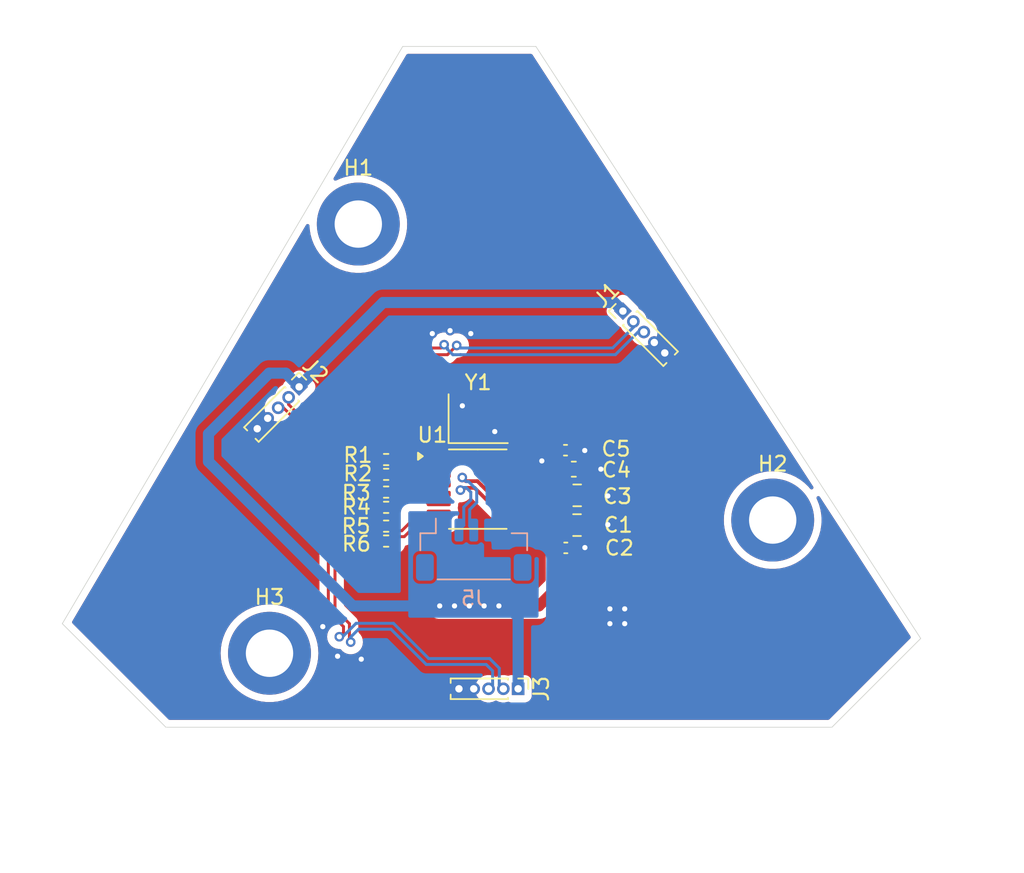
<source format=kicad_pcb>
(kicad_pcb (version 20240108) (generator "pcbnew") (generator_version "8.0")
  (layers (0 "F.Cu" signal) (31 "B.Cu" signal) (34 "B.Paste" user) (35 "F.Paste" user) (36 "B.SilkS" user "B.Silkscreen") (37 "F.SilkS" user "F.Silkscreen") (38 "B.Mask" user) (39 "F.Mask" user) (44 "Edge.Cuts" user))
  (net 0 "")
  (net 1 "+5V")
  (net 2 "GND")
  (net 3 "Net-(U1-VDD33)")
  (net 4 "/USB_CAM2-")
  (net 5 "/USB_CAM2+")
  (net 6 "/USB_CAM3-")
  (net 7 "Net-(U1-DM3)")
  (net 8 "Net-(U1-DP3)")
  (net 9 "/USB_CAM3+")
  (net 10 "Net-(U1-DM2)")
  (net 11 "Net-(U1-DP2)")
  (net 12 "/USB_CAM1-")
  (net 13 "Net-(U1-DM1)")
  (net 14 "/USB_CAM1+")
  (net 15 "Net-(U1-DP1)")
  (net 16 "Net-(U1-XI)")
  (net 19 "/USB_UPSTREAM_D-")
  (net 20 "/USB_UPSTREAM_D+")
  (net 22 "Net-(U1-XO)")
  (footprint "MountingHole:MountingHole_3.2mm_M3_DIN965_Pad" (layer "F.Cu") (at 96 96)
    (property "Reference" "H3" (at 0 -3.8 0) (layer "F.SilkS"))
    (property "Value" "MountingHole")
    (pad "1" thru_hole circle (at 0 0) (size 5.6 5.6) (drill 3.2) (layers "*.Cu" "*.Mask"))
  )
  (footprint "Connector_PinHeader_1.00mm:PinHeader_1x05_P1.00mm_Vertical" (layer "F.Cu") (at 98 78 -45)
    (property "Reference" "J2" (at 0 -1.560001 135) (layer "F.SilkS"))
    (property "Value" "usb_cam2")
    (fp_line (start -0.695 4.56) (end -0.394493 4.56) (stroke (width 0.12)) (layer "F.SilkS"))
    (fp_line (start 0.394493 4.56) (end 0.695 4.56) (stroke (width 0.12)) (layer "F.SilkS"))
    (fp_line (start -0.695 0.685) (end -0.695 4.56) (stroke (width 0.12)) (layer "F.SilkS"))
    (fp_line (start -0.695 0.685) (end -0.608276 0.685) (stroke (width 0.12)) (layer "F.SilkS"))
    (fp_line (start -0.695 0) (end -0.695 -0.685) (stroke (width 0.12)) (layer "F.SilkS"))
    (fp_line (start 0.608276 0.685) (end 0.695 0.685) (stroke (width 0.12)) (layer "F.SilkS"))
    (fp_line (start -0.695 -0.685) (end 0 -0.685) (stroke (width 0.12)) (layer "F.SilkS"))
    (fp_line (start 0.695 0.685) (end 0.695 4.56) (stroke (width 0.12)) (layer "F.SilkS"))
    (pad "1" thru_hole rect (at 0 0 315) (size 0.85 0.85) (drill 0.5) (layers "*.Cu" "*.Mask") (net 1 "+5V"))
    (pad "2" thru_hole oval (at 0 1 315) (size 0.85 0.85) (drill 0.5) (layers "*.Cu" "*.Mask") (net 4 "/USB_CAM2-"))
    (pad "3" thru_hole oval (at 0 2.000001 315) (size 0.85 0.85) (drill 0.5) (layers "*.Cu" "*.Mask") (net 5 "/USB_CAM2+"))
    (pad "4" thru_hole oval (at 0 3 315) (size 0.85 0.85) (drill 0.5) (layers "*.Cu" "*.Mask") (net 2 "GND"))
    (pad "5" thru_hole oval (at 0 4 315) (size 0.85 0.85) (drill 0.5) (layers "*.Cu" "*.Mask") (net 2 "GND"))
  )
  (footprint "Resistor_SMD:R_0402_1005Metric" (layer "F.Cu") (at 103.88 83.91)
    (property "Reference" "R2" (at -1.915 -0.05 0) (layer "F.SilkS"))
    (property "Value" "22R" (hide yes))
    (fp_line (start -0.153641 -0.38) (end 0.153641 -0.38) (stroke (width 0.12)) (layer "F.SilkS"))
    (fp_line (start -0.153641 0.38) (end 0.153641 0.38) (stroke (width 0.12)) (layer "F.SilkS"))
    (pad "1" smd roundrect (at -0.51 0) (size 0.54 0.64) (layers "F.Cu" "F.Paste" "F.Mask") (net 9 "/USB_CAM3+"))
    (pad "2" smd roundrect (at 0.51 0) (size 0.54 0.64) (layers "F.Cu" "F.Paste" "F.Mask") (net 8 "Net-(U1-DP3)"))
  )
  (footprint "MountingHole:MountingHole_3.2mm_M3_DIN965_Pad" (layer "F.Cu") (at 102 67)
    (property "Reference" "H1" (at 0 -3.8 0) (layer "F.SilkS"))
    (property "Value" "MountingHole")
    (pad "1" thru_hole circle (at 0 0) (size 5.6 5.6) (drill 3.2) (layers "*.Cu" "*.Mask"))
  )
  (footprint "Resistor_SMD:R_0402_1005Metric" (layer "F.Cu") (at 103.88 88.42)
    (property "Reference" "R6" (at -2.01 0.19 0) (layer "F.SilkS"))
    (property "Value" "22R")
    (fp_line (start -0.153641 -0.38) (end 0.153641 -0.38) (stroke (width 0.12)) (layer "F.SilkS"))
    (fp_line (start -0.153641 0.38) (end 0.153641 0.38) (stroke (width 0.12)) (layer "F.SilkS"))
    (pad "1" smd roundrect (at -0.51 0) (size 0.54 0.64) (layers "F.Cu" "F.Paste" "F.Mask") (net 14 "/USB_CAM1+"))
    (pad "2" smd roundrect (at 0.51 0) (size 0.54 0.64) (layers "F.Cu" "F.Paste" "F.Mask") (net 15 "Net-(U1-DP1)"))
  )
  (footprint "Capacitor_SMD:C_0402_1005Metric" (layer "F.Cu") (at 116 82.28 180)
    (property "Reference" "C5" (at -3.41 0.09 360) (layer "F.SilkS"))
    (property "Value" "100n")
    (fp_line (start -0.107836 0.36) (end 0.107836 0.36) (stroke (width 0.12)) (layer "F.SilkS"))
    (fp_line (start -0.107836 -0.36) (end 0.107836 -0.36) (stroke (width 0.12)) (layer "F.SilkS"))
    (pad "1" smd roundrect (at -0.48 0 180) (size 0.56 0.62) (layers "F.Cu" "F.Paste" "F.Mask") (net 2 "GND"))
    (pad "2" smd roundrect (at 0.48 0 180) (size 0.56 0.62) (layers "F.Cu" "F.Paste" "F.Mask") (net 3 "Net-(U1-VDD33)"))
  )
  (footprint "Resistor_SMD:R_0402_1005Metric" (layer "F.Cu") (at 103.88 86.14)
    (property "Reference" "R4" (at -2.015 -0.03 0) (layer "F.SilkS"))
    (property "Value" "22R")
    (fp_line (start -0.153641 -0.38) (end 0.153641 -0.38) (stroke (width 0.12)) (layer "F.SilkS"))
    (fp_line (start -0.153641 0.38) (end 0.153641 0.38) (stroke (width 0.12)) (layer "F.SilkS"))
    (pad "1" smd roundrect (at -0.51 0) (size 0.54 0.64) (layers "F.Cu" "F.Paste" "F.Mask") (net 5 "/USB_CAM2+"))
    (pad "2" smd roundrect (at 0.51 0) (size 0.54 0.64) (layers "F.Cu" "F.Paste" "F.Mask") (net 11 "Net-(U1-DP2)"))
  )
  (footprint "Capacitor_SMD:C_0402_1005Metric" (layer "F.Cu") (at 116.02 88.88 180)
    (property "Reference" "C2" (at -3.62 0 360) (layer "F.SilkS"))
    (property "Value" "100n")
    (fp_line (start -0.107836 0.36) (end 0.107836 0.36) (stroke (width 0.12)) (layer "F.SilkS"))
    (fp_line (start -0.107836 -0.36) (end 0.107836 -0.36) (stroke (width 0.12)) (layer "F.SilkS"))
    (pad "1" smd roundrect (at -0.48 0 180) (size 0.56 0.62) (layers "F.Cu" "F.Paste" "F.Mask") (net 2 "GND"))
    (pad "2" smd roundrect (at 0.48 0 180) (size 0.56 0.62) (layers "F.Cu" "F.Paste" "F.Mask") (net 1 "+5V"))
  )
  (footprint "Connector_PinHeader_1.00mm:PinHeader_1x05_P1.00mm_Vertical" (layer "F.Cu") (at 119.87868 72.87868 45)
    (property "Reference" "J1" (at 0 -1.560001 45) (layer "F.SilkS"))
    (property "Value" "usb_cam3")
    (fp_line (start -0.695 -0.685) (end 0 -0.685) (stroke (width 0.12)) (layer "F.SilkS"))
    (fp_line (start -0.695 0) (end -0.695 -0.685) (stroke (width 0.12)) (layer "F.SilkS"))
    (fp_line (start -0.695 0.685) (end -0.608276 0.685) (stroke (width 0.12)) (layer "F.SilkS"))
    (fp_line (start -0.695 0.685) (end -0.695 4.56) (stroke (width 0.12)) (layer "F.SilkS"))
    (fp_line (start 0.608276 0.685) (end 0.695 0.685) (stroke (width 0.12)) (layer "F.SilkS"))
    (fp_line (start 0.695 0.685) (end 0.695 4.56) (stroke (width 0.12)) (layer "F.SilkS"))
    (fp_line (start -0.695 4.56) (end -0.394493 4.56) (stroke (width 0.12)) (layer "F.SilkS"))
    (fp_line (start 0.394493 4.56) (end 0.695 4.56) (stroke (width 0.12)) (layer "F.SilkS"))
    (pad "1" thru_hole rect (at 0 0 45) (size 0.85 0.85) (drill 0.5) (layers "*.Cu" "*.Mask") (net 1 "+5V"))
    (pad "2" thru_hole oval (at 0 1 45) (size 0.85 0.85) (drill 0.5) (layers "*.Cu" "*.Mask") (net 6 "/USB_CAM3-"))
    (pad "3" thru_hole oval (at 0 2.000001 45) (size 0.85 0.85) (drill 0.5) (layers "*.Cu" "*.Mask") (net 9 "/USB_CAM3+"))
    (pad "4" thru_hole oval (at 0 3 45) (size 0.85 0.85) (drill 0.5) (layers "*.Cu" "*.Mask") (net 2 "GND"))
    (pad "5" thru_hole oval (at 0 4 45) (size 0.85 0.85) (drill 0.5) (layers "*.Cu" "*.Mask") (net 2 "GND"))
  )
  (footprint "Resistor_SMD:R_0402_1005Metric" (layer "F.Cu") (at 103.88 82.91 180)
    (property "Reference" "R1" (at 1.91 0.3 360) (layer "F.SilkS"))
    (property "Value" "22R" (hide yes))
    (fp_line (start -0.153641 0.38) (end 0.153641 0.38) (stroke (width 0.12)) (layer "F.SilkS"))
    (fp_line (start -0.153641 -0.38) (end 0.153641 -0.38) (stroke (width 0.12)) (layer "F.SilkS"))
    (pad "1" smd roundrect (at -0.509999 0 180) (size 0.54 0.64) (layers "F.Cu" "F.Paste" "F.Mask") (net 7 "Net-(U1-DM3)"))
    (pad "2" smd roundrect (at 0.509999 0 180) (size 0.54 0.64) (layers "F.Cu" "F.Paste" "F.Mask") (net 6 "/USB_CAM3-"))
  )
  (footprint "Capacitor_SMD:C_0805_2012Metric" (layer "F.Cu") (at 116.79 85.33 180)
    (property "Reference" "C3" (at -2.71 -0.07 360) (layer "F.SilkS"))
    (property "Value" "10u")
    (fp_line (start -0.261253 0.735) (end 0.261253 0.735) (stroke (width 0.12)) (layer "F.SilkS"))
    (fp_line (start -0.261253 -0.735) (end 0.261253 -0.735) (stroke (width 0.12)) (layer "F.SilkS"))
    (pad "1" smd roundrect (at -0.949999 0 180) (size 1 1.45) (layers "F.Cu" "F.Paste" "F.Mask") (net 2 "GND"))
    (pad "2" smd roundrect (at 0.949999 0 180) (size 1 1.45) (layers "F.Cu" "F.Paste" "F.Mask") (net 3 "Net-(U1-VDD33)"))
  )
  (footprint "Resistor_SMD:R_0402_1005Metric" (layer "F.Cu") (at 103.88 87.41 180)
    (property "Reference" "R5" (at 2.03 0 360) (layer "F.SilkS"))
    (property "Value" "22R")
    (fp_line (start -0.153641 0.38) (end 0.153641 0.38) (stroke (width 0.12)) (layer "F.SilkS"))
    (fp_line (start -0.153641 -0.38) (end 0.153641 -0.38) (stroke (width 0.12)) (layer "F.SilkS"))
    (pad "1" smd roundrect (at -0.509999 0 180) (size 0.54 0.64) (layers "F.Cu" "F.Paste" "F.Mask") (net 13 "Net-(U1-DM1)"))
    (pad "2" smd roundrect (at 0.509999 0 180) (size 0.54 0.64) (layers "F.Cu" "F.Paste" "F.Mask") (net 12 "/USB_CAM1-"))
  )
  (footprint "Resistor_SMD:R_0402_1005Metric" (layer "F.Cu") (at 103.88 85.11)
    (property "Reference" "R3" (at -2.015 0.06 0) (layer "F.SilkS"))
    (property "Value" "22R")
    (fp_line (start -0.153641 -0.38) (end 0.153641 -0.38) (stroke (width 0.12)) (layer "F.SilkS"))
    (fp_line (start -0.153641 0.38) (end 0.153641 0.38) (stroke (width 0.12)) (layer "F.SilkS"))
    (pad "1" smd roundrect (at -0.51 0) (size 0.54 0.64) (layers "F.Cu" "F.Paste" "F.Mask") (net 4 "/USB_CAM2-"))
    (pad "2" smd roundrect (at 0.51 0) (size 0.54 0.64) (layers "F.Cu" "F.Paste" "F.Mask") (net 10 "Net-(U1-DM2)"))
  )
  (footprint "Package_SO:QSOP-16_3.9x4.9mm_P0.635mm" (layer "F.Cu") (at 110.07 84.91)
    (property "Reference" "U1" (at -3.07 -3.66 0) (layer "F.SilkS"))
    (property "Value" "CH334R")
    (fp_line (start 0 -2.6825) (end -1.95 -2.6825) (stroke (width 0.12)) (layer "F.SilkS"))
    (fp_line (start 0 -2.6825) (end 1.95 -2.6825) (stroke (width 0.12)) (layer "F.SilkS"))
    (fp_line (start 0 2.6825) (end -1.95 2.6825) (stroke (width 0.12)) (layer "F.SilkS"))
    (fp_line (start 0 2.6825) (end 1.95 2.6825) (stroke (width 0.12)) (layer "F.SilkS"))
    (fp_poly (pts (xy -3.71 -2.2225) (xy -4.04 -2.4625) (xy -4.04 -1.9825) (xy -3.71 -2.2225)) (stroke (width 0.12)) (fill solid) (layer "F.SilkS"))
    (pad "1" smd roundrect (at -2.6375 -2.2225) (size 1.625 0.4) (layers "F.Cu" "F.Paste" "F.Mask"))
    (pad "2" smd roundrect (at -2.6375 -1.5875) (size 1.625 0.4) (layers "F.Cu" "F.Paste" "F.Mask"))
    (pad "3" smd roundrect (at -2.6375 -0.9525) (size 1.625 0.4) (layers "F.Cu" "F.Paste" "F.Mask") (net 7 "Net-(U1-DM3)"))
    (pad "4" smd roundrect (at -2.6375 -0.3175) (size 1.625 0.4) (layers "F.Cu" "F.Paste" "F.Mask") (net 8 "Net-(U1-DP3)"))
    (pad "5" smd roundrect (at -2.6375 0.3175) (size 1.625 0.4) (layers "F.Cu" "F.Paste" "F.Mask") (net 10 "Net-(U1-DM2)"))
    (pad "6" smd roundrect (at -2.6375 0.9525) (size 1.625 0.4) (layers "F.Cu" "F.Paste" "F.Mask") (net 11 "Net-(U1-DP2)"))
    (pad "7" smd roundrect (at -2.6375 1.5875) (size 1.625 0.4) (layers "F.Cu" "F.Paste" "F.Mask") (net 13 "Net-(U1-DM1)"))
    (pad "8" smd roundrect (at -2.6375 2.2225) (size 1.625 0.4) (layers "F.Cu" "F.Paste" "F.Mask") (net 15 "Net-(U1-DP1)"))
    (pad "9" smd roundrect (at 2.6375 2.2225) (size 1.625 0.4) (layers "F.Cu" "F.Paste" "F.Mask"))
    (pad "10" smd roundrect (at 2.6375 1.5875) (size 1.625 0.4) (layers "F.Cu" "F.Paste" "F.Mask") (net 19 "/USB_UPSTREAM_D-"))
    (pad "11" smd roundrect (at 2.6375 0.9525) (size 1.625 0.4) (layers "F.Cu" "F.Paste" "F.Mask") (net 20 "/USB_UPSTREAM_D+"))
    (pad "12" smd roundrect (at 2.6375 0.3175) (size 1.625 0.4) (layers "F.Cu" "F.Paste" "F.Mask") (net 1 "+5V"))
    (pad "13" smd roundrect (at 2.6375 -0.3175) (size 1.625 0.4) (layers "F.Cu" "F.Paste" "F.Mask") (net 3 "Net-(U1-VDD33)"))
    (pad "14" smd roundrect (at 2.6375 -0.9525) (size 1.625 0.4) (layers "F.Cu" "F.Paste" "F.Mask") (net 2 "GND"))
    (pad "15" smd roundrect (at 2.6375 -1.5875) (size 1.625 0.4) (layers "F.Cu" "F.Paste" "F.Mask") (net 22 "Net-(U1-XO)"))
    (pad "16" smd roundrect (at 2.6375 -2.2225) (size 1.625 0.4) (layers "F.Cu" "F.Paste" "F.Mask") (net 16 "Net-(U1-XI)"))
  )
  (footprint "Capacitor_SMD:C_0603_1608Metric" (layer "F.Cu") (at 116.56 83.56 180)
    (property "Reference" "C4" (at -2.88 -0.05 360) (layer "F.SilkS"))
    (property "Value" "1u")
    (fp_line (start -0.140581 0.51) (end 0.140581 0.51) (stroke (width 0.12)) (layer "F.SilkS"))
    (fp_line (start -0.140581 -0.51) (end 0.140581 -0.51) (stroke (width 0.12)) (layer "F.SilkS"))
    (pad "1" smd roundrect (at -0.775 0 180) (size 0.9 0.95) (layers "F.Cu" "F.Paste" "F.Mask") (net 2 "GND"))
    (pad "2" smd roundrect (at 0.775 0 180) (size 0.9 0.95) (layers "F.Cu" "F.Paste" "F.Mask") (net 3 "Net-(U1-VDD33)"))
  )
  (footprint "MountingHole:MountingHole_3.2mm_M3_DIN965_Pad" (layer "F.Cu") (at 130 87)
    (property "Reference" "H2" (at 0 -3.8 0) (layer "F.SilkS"))
    (property "Value" "MountingHole")
    (pad "1" thru_hole circle (at 0 0) (size 5.6 5.6) (drill 3.2) (layers "*.Cu" "*.Mask"))
  )
  (footprint "Capacitor_SMD:C_0805_2012Metric" (layer "F.Cu") (at 116.78 87.34 180)
    (property "Reference" "C1" (at -2.78 0.01 360) (layer "F.SilkS"))
    (property "Value" "10u")
    (fp_line (start -0.261253 0.735) (end 0.261253 0.735) (stroke (width 0.12)) (layer "F.SilkS"))
    (fp_line (start -0.261253 -0.735) (end 0.261253 -0.735) (stroke (width 0.12)) (layer "F.SilkS"))
    (pad "1" smd roundrect (at -0.949999 0 180) (size 1 1.45) (layers "F.Cu" "F.Paste" "F.Mask") (net 2 "GND"))
    (pad "2" smd roundrect (at 0.949999 0 180) (size 1 1.45) (layers "F.Cu" "F.Paste" "F.Mask") (net 1 "+5V"))
  )
  (footprint "Crystal:Crystal_SMD_3225-4Pin_3.2x2.5mm" (layer "F.Cu") (at 110.1 80.15)
    (property "Reference" "Y1" (at 0 -2.45 0) (layer "F.SilkS"))
    (property "Value" "12Mhz")
    (fp_line (start -2 -1.65) (end -2 1.65) (stroke (width 0.12)) (layer "F.SilkS"))
    (fp_line (start -2 1.65) (end 2 1.65) (stroke (width 0.12)) (layer "F.SilkS"))
    (pad "1" smd rect (at -1.1 0.85) (size 1.4 1.2) (layers "F.Cu" "F.Paste" "F.Mask") (net 22 "Net-(U1-XO)"))
    (pad "2" smd rect (at 1.1 0.85) (size 1.4 1.2) (layers "F.Cu" "F.Paste" "F.Mask") (net 2 "GND"))
    (pad "3" smd rect (at 1.1 -0.85) (size 1.4 1.2) (layers "F.Cu" "F.Paste" "F.Mask") (net 16 "Net-(U1-XI)"))
    (pad "4" smd rect (at -1.1 -0.85) (size 1.4 1.2) (layers "F.Cu" "F.Paste" "F.Mask") (net 2 "GND"))
  )
  (footprint "Connector_PinHeader_1.00mm:PinHeader_1x05_P1.00mm_Vertical" (layer "F.Cu") (at 112.8 98.4 -90)
    (property "Reference" "J3" (at 0 -1.560001 90) (layer "F.SilkS"))
    (property "Value" "usb_cam1")
    (fp_line (start -0.695 4.56) (end -0.394493 4.56) (stroke (width 0.12)) (layer "F.SilkS"))
    (fp_line (start 0.394493 4.56) (end 0.695 4.56) (stroke (width 0.12)) (layer "F.SilkS"))
    (fp_line (start -0.695 0.685) (end -0.695 4.56) (stroke (width 0.12)) (layer "F.SilkS"))
    (fp_line (start -0.695 0.685) (end -0.608276 0.685) (stroke (width 0.12)) (layer "F.SilkS"))
    (fp_line (start 0.608276 0.685) (end 0.695 0.685) (stroke (width 0.12)) (layer "F.SilkS"))
    (fp_line (start 0.695 0.685) (end 0.695 4.56) (stroke (width 0.12)) (layer "F.SilkS"))
    (fp_line (start -0.695 0) (end -0.695 -0.685) (stroke (width 0.12)) (layer "F.SilkS"))
    (fp_line (start -0.695 -0.685) (end 0 -0.685) (stroke (width 0.12)) (layer "F.SilkS"))
    (pad "1" thru_hole rect (at 0 0 270) (size 0.85 0.85) (drill 0.5) (layers "*.Cu" "*.Mask") (net 1 "+5V"))
    (pad "2" thru_hole oval (at 0 1 270) (size 0.85 0.85) (drill 0.5) (layers "*.Cu" "*.Mask") (net 12 "/USB_CAM1-"))
    (pad "3" thru_hole oval (at 0 2.000001 270) (size 0.85 0.85) (drill 0.5) (layers "*.Cu" "*.Mask") (net 14 "/USB_CAM1+"))
    (pad "4" thru_hole oval (at 0 3 270) (size 0.85 0.85) (drill 0.5) (layers "*.Cu" "*.Mask") (net 2 "GND"))
    (pad "5" thru_hole oval (at 0 4 270) (size 0.85 0.85) (drill 0.5) (layers "*.Cu" "*.Mask") (net 2 "GND"))
  )
  (footprint "Connector_JST:JST_SH_BM05B-SRSS-TB_1x05-1MP_P1.00mm_Vertical" (layer "B.Cu") (at 109.8 89)
    (property "Reference" "J5" (at 0 3.299999 0) (layer "B.SilkS") (effects (justify mirror)))
    (property "Value" "usb_in")
    (fp_line (start -3.61 -1.11) (end -3.61 0.04) (stroke (width 0.12)) (layer "B.SilkS"))
    (fp_line (start -2.56 -2.1) (end -2.56 -1.11) (stroke (width 0.12)) (layer "B.SilkS"))
    (fp_line (start -2.56 -1.11) (end -3.61 -1.11) (stroke (width 0.12)) (layer "B.SilkS"))
    (fp_line (start 2.44 2.01) (end -2.44 2.01) (stroke (width 0.12)) (layer "B.SilkS"))
    (fp_line (start 2.56 -1.11) (end 3.61 -1.11) (stroke (width 0.12)) (layer "B.SilkS"))
    (fp_line (start 3.61 -1.11) (end 3.61 0.04) (stroke (width 0.12)) (layer "B.SilkS"))
    (pad "1" smd roundrect (at -2 -1.325) (size 0.6 1.55) (layers "B.Cu" "B.Paste" "B.Mask") (net 1 "+5V"))
    (pad "2" smd roundrect (at -1 -1.325) (size 0.6 1.55) (layers "B.Cu" "B.Paste" "B.Mask") (net 19 "/USB_UPSTREAM_D-"))
    (pad "3" smd roundrect (at 0 -1.324999) (size 0.6 1.55) (layers "B.Cu" "B.Paste" "B.Mask") (net 20 "/USB_UPSTREAM_D+"))
    (pad "4" smd roundrect (at 1 -1.325) (size 0.6 1.55) (layers "B.Cu" "B.Paste" "B.Mask") (net 2 "GND"))
    (pad "5" smd roundrect (at 2 -1.325) (size 0.6 1.55) (layers "B.Cu" "B.Paste" "B.Mask") (net 2 "GND"))
    (pad "MP" smd roundrect (at -3.3 1.200001) (size 1.2 1.8) (layers "B.Cu" "B.Paste" "B.Mask") (roundrect_rratio 0.208333))
    (pad "MP" smd roundrect (at 3.3 1.200001) (size 1.2 1.8) (layers "B.Cu" "B.Paste" "B.Mask") (roundrect_rratio 0.208333))
  )
  (gr_line (start 134 101) (end 140 95) (stroke (width 0.05)) (layer "Edge.Cuts"))
  (gr_line (start 140 95) (end 114 55) (stroke (width 0.05)) (layer "Edge.Cuts"))
  (gr_line (start 82 94) (end 105 55) (stroke (width 0.05)) (layer "Edge.Cuts"))
  (gr_line (start 114 55) (end 105 55) (stroke (width 0.05)) (layer "Edge.Cuts"))
  (gr_line (start 89 101) (end 134 101) (stroke (width 0.05)) (layer "Edge.Cuts"))
  (gr_line (start 82 94) (end 89 101) (stroke (width 0.05)) (layer "Edge.Cuts"))
  (segment (start 112.7075 85.2275) (end 113.717501 85.2275) (width 0.3) (layer "F.Cu") (net 1))
  (segment (start 115.54 88.88) (end 115.54 87.630001) (width 0.508) (layer "F.Cu") (net 1))
  (segment (start 114.2 92.8) (end 115.54 91.46) (width 0.75) (layer "F.Cu") (net 1))
  (segment (start 113.717501 85.2275) (end 115.830001 87.34) (width 0.3) (layer "F.Cu") (net 1))
  (segment (start 111.5 92.8) (end 114.2 92.8) (width 0.75) (layer "F.Cu") (net 1))
  (segment (start 107.5 92.8) (end 111.5 92.8) (width 0.75) (layer "F.Cu") (net 1))
  (segment (start 115.54 87.630001) (end 115.830001 87.34) (width 0.508) (layer "F.Cu") (net 1))
  (segment (start 115.54 91.46) (end 115.54 88.88) (width 0.75) (layer "F.Cu") (net 1))
  (via (at 109.5 92.8) (size 0.55) (drill 0.35) (layers "F.Cu" "B.Cu") (net 1))
  (via (at 111.5 92.8) (size 0.55) (drill 0.35) (layers "F.Cu" "B.Cu") (net 1))
  (via (at 107.5 92.8) (size 0.55) (drill 0.35) (layers "F.Cu" "B.Cu") (net 1))
  (via (at 110.5 92.8) (size 0.55) (drill 0.35) (layers "F.Cu" "B.Cu") (net 1))
  (via (at 108.5 92.8) (size 0.55) (drill 0.35) (layers "F.Cu" "B.Cu") (net 1))
  (segment (start 119.87868 72.87868) (end 119.3 72.3) (width 0.75) (layer "B.Cu") (net 1))
  (segment (start 91.875 81.175) (end 95.975 77.075) (width 0.75) (layer "B.Cu") (net 1))
  (segment (start 103.675 72.3) (end 98 77.975) (width 0.75) (layer "B.Cu") (net 1))
  (segment (start 108.5 92.8) (end 107.5 92.8) (width 0.75) (layer "B.Cu") (net 1))
  (segment (start 109.5 92.8) (end 108.5 92.8) (width 0.75) (layer "B.Cu") (net 1))
  (segment (start 101.625 92.8) (end 91.875 83.05) (width 0.75) (layer "B.Cu") (net 1))
  (segment (start 107.5 92.8) (end 101.625 92.8) (width 0.75) (layer "B.Cu") (net 1))
  (segment (start 110.5 92.8) (end 109.5 92.8) (width 0.75) (layer "B.Cu") (net 1))
  (segment (start 97.1 77.075) (end 98 77.975) (width 0.75) (layer "B.Cu") (net 1))
  (segment (start 112.8 93.55) (end 112.05 92.8) (width 0.75) (layer "B.Cu") (net 1))
  (segment (start 91.875 83.05) (end 91.875 81.175) (width 0.75) (layer "B.Cu") (net 1))
  (segment (start 119.3 72.3) (end 103.675 72.3) (width 0.75) (layer "B.Cu") (net 1))
  (segment (start 112.05 92.8) (end 110.5 92.8) (width 0.75) (layer "B.Cu") (net 1))
  (segment (start 112.8 98.4) (end 112.8 93.55) (width 0.75) (layer "B.Cu") (net 1))
  (segment (start 98 77.975) (end 98 78) (width 0.75) (layer "B.Cu") (net 1))
  (segment (start 95.975 77.075) (end 97.1 77.075) (width 0.75) (layer "B.Cu") (net 1))
  (segment (start 118.82 85.33) (end 118.86 85.37) (width 0.508) (layer "F.Cu") (net 2))
  (segment (start 109.01 79.3) (end 109.03 79.28) (width 0.254) (layer "F.Cu") (net 2))
  (segment (start 117.739999 85.33) (end 118.82 85.33) (width 0.508) (layer "F.Cu") (net 2))
  (segment (start 113.524168 83.9575) (end 112.7075 83.9575) (width 0.3) (layer "F.Cu") (net 2))
  (segment (start 109 79.3) (end 109.01 79.3) (width 0.254) (layer "F.Cu") (net 2))
  (segment (start 114.4 83.003292) (end 114.4 83.081668) (width 0.3) (layer "F.Cu") (net 2))
  (segment (start 117.729999 87.34) (end 118.83 87.34) (width 0.508) (layer "F.Cu") (net 2))
  (segment (start 117.29 88.88) (end 117.31 88.86) (width 0.508) (layer "F.Cu") (net 2))
  (segment (start 117.28 82.28) (end 117.3 82.3) (width 0.508) (layer "F.Cu") (net 2))
  (segment (start 114.4 83.081668) (end 113.524168 83.9575) (width 0.3) (layer "F.Cu") (net 2))
  (segment (start 116.48 82.28) (end 117.28 82.28) (width 0.508) (layer "F.Cu") (net 2))
  (segment (start 116.49 88.88) (end 117.29 88.88) (width 0.508) (layer "F.Cu") (net 2))
  (segment (start 111.2 81) (end 111.22 81.02) (width 0.254) (layer "F.Cu") (net 2))
  (segment (start 117.335 83.56) (end 118.39 83.56) (width 0.508) (layer "F.Cu") (net 2))
  (segment (start 118.83 87.34) (end 118.86 87.31) (width 0.508) (layer "F.Cu") (net 2))
  (via (at 102.2 96.4) (size 0.65) (drill 0.35) (layers "F.Cu" "B.Cu") (net 2))
  (via (at 99.6 94.2) (size 0.65) (drill 0.35) (layers "F.Cu" "B.Cu") (net 2))
  (via (at 120 93) (size 0.65) (drill 0.35) (layers "F.Cu" "B.Cu") (net 2))
  (via (at 120 94) (size 0.65) (drill 0.35) (layers "F.Cu" "B.Cu") (net 2))
  (via (at 118.86 87.31) (size 0.65) (drill 0.35) (layers "F.Cu" "B.Cu") (net 2))
  (via (at 114.4 83.003292) (size 0.65) (drill 0.35) (layers "F.Cu" "B.Cu") (net 2))
  (via (at 118.39 83.56) (size 0.65) (drill 0.35) (layers "F.Cu" "B.Cu") (net 2))
  (via (at 117.31 88.86) (size 0.65) (drill 0.35) (layers "F.Cu" "B.Cu") (net 2))
  (via (at 108.2 74.2) (size 0.65) (drill 0.35) (layers "F.Cu" "B.Cu") (net 2))
  (via (at 117.3 82.3) (size 0.65) (drill 0.35) (layers "F.Cu" "B.Cu") (net 2))
  (via (at 107 74.4) (size 0.65) (drill 0.35) (layers "F.Cu" "B.Cu") (net 2))
  (via (at 119 93) (size 0.65) (drill 0.35) (layers "F.Cu" "B.Cu") (net 2))
  (via (at 119 94) (size 0.65) (drill 0.35) (layers "F.Cu" "B.Cu") (net 2))
  (via (at 100.6 96.2) (size 0.65) (drill 0.35) (layers "F.Cu" "B.Cu") (net 2))
  (via (at 109.6 74.4) (size 0.65) (drill 0.35) (layers "F.Cu" "B.Cu") (net 2))
  (via (at 118.86 85.37) (size 0.65) (drill 0.35) (layers "F.Cu" "B.Cu") (net 2))
  (via (at 111.22 81.02) (size 0.65) (drill 0.35) (layers "F.Cu" "B.Cu") (net 2))
  (via (at 109.03 79.28) (size 0.65) (drill 0.35) (layers "F.Cu" "B.Cu") (net 2))
  (segment (start 115.61 85.099999) (end 115.840001 85.33) (width 0.508) (layer "F.Cu") (net 3))
  (segment (start 115.59 83.365) (end 115.59 82.35) (width 0.508) (layer "F.Cu") (net 3))
  (segment (start 115.785 83.56) (end 115.61 83.735) (width 0.508) (layer "F.Cu") (net 3))
  (segment (start 115.785 83.56) (end 115.59 83.365) (width 0.508) (layer "F.Cu") (net 3))
  (segment (start 115.6425 84.5925) (end 115.840001 84.790001) (width 0.3) (layer "F.Cu") (net 3))
  (segment (start 115.59 82.35) (end 115.52 82.28) (width 0.508) (layer "F.Cu") (net 3))
  (segment (start 115.840001 84.790001) (end 115.840001 85.33) (width 0.3) (layer "F.Cu") (net 3))
  (segment (start 115.61 83.735) (end 115.61 85.099999) (width 0.508) (layer "F.Cu") (net 3))
  (segment (start 112.7075 84.5925) (end 115.6425 84.5925) (width 0.3) (layer "F.Cu") (net 3))
  (segment (start 103.03 85.45) (end 101.3682 85.45) (width 0.2) (layer "F.Cu") (net 4))
  (segment (start 98.45 82.5318) (end 98.45 80.35) (width 0.2) (layer "F.Cu") (net 4))
  (segment (start 103.37 85.11) (end 103.03 85.45) (width 0.2) (layer "F.Cu") (net 4))
  (segment (start 101.3682 85.45) (end 98.45 82.5318) (width 0.2) (layer "F.Cu") (net 4))
  (segment (start 98.45 80.35) (end 97.292893 79.192893) (width 0.2) (layer "F.Cu") (net 4))
  (segment (start 97.292893 79.192893) (end 97.292893 78.707107) (width 0.2) (layer "F.Cu") (net 4))
  (segment (start 98.05 80.525) (end 96.939214 79.414214) (width 0.2) (layer "F.Cu") (net 5))
  (segment (start 103.37 86.14) (end 103.08 85.85) (width 0.2) (layer "F.Cu") (net 5))
  (segment (start 96.939214 79.414214) (end 96.585786 79.414214) (width 0.2) (layer "F.Cu") (net 5))
  (segment (start 101.1318 85.85) (end 98.05 82.7682) (width 0.2) (layer "F.Cu") (net 5))
  (segment (start 98.05 82.7682) (end 98.05 80.525) (width 0.2) (layer "F.Cu") (net 5))
  (segment (start 103.08 85.85) (end 101.1318 85.85) (width 0.2) (layer "F.Cu") (net 5))
  (segment (start 101.425 79.4932) (end 101.425 82.5068) (width 0.2) (layer "F.Cu") (net 6))
  (segment (start 108.648348 75.203022) (end 108.026369 75.825001) (width 0.2) (layer "F.Cu") (net 6))
  (segment (start 102.1032 83.185) (end 103.095001 83.185) (width 0.2) (layer "F.Cu") (net 6))
  (segment (start 101.425 82.5068) (end 102.1032 83.185) (width 0.2) (layer "F.Cu") (net 6))
  (segment (start 105.093199 75.825001) (end 101.425 79.4932) (width 0.2) (layer "F.Cu") (net 6))
  (segment (start 103.095001 83.185) (end 103.370001 82.91) (width 0.2) (layer "F.Cu") (net 6))
  (segment (start 108.026369 75.825001) (end 105.093199 75.825001) (width 0.2) (layer "F.Cu") (net 6))
  (via (at 108.648348 75.203022) (size 0.65) (drill 0.35) (layers "F.Cu" "B.Cu") (net 6))
  (segment (start 108.648348 75.361951) (end 108.661397 75.375) (width 0.2) (layer "B.Cu") (net 6))
  (segment (start 108.661397 75.375) (end 119.185482 75.375) (width 0.2) (layer "B.Cu") (net 6))
  (segment (start 120.585787 73.974695) (end 120.585787 73.585787) (width 0.2) (layer "B.Cu") (net 6))
  (segment (start 119.185482 75.375) (end 120.585787 73.974695) (width 0.2) (layer "B.Cu") (net 6))
  (segment (start 108.648348 75.203022) (end 108.648348 75.361951) (width 0.2) (layer "B.Cu") (net 6))
  (segment (start 106.035686 84.11) (end 105.135686 83.21) (width 0.2) (layer "F.Cu") (net 7))
  (segment (start 106.534044 84.11) (end 106.035686 84.11) (width 0.2) (layer "F.Cu") (net 7))
  (segment (start 105.135686 83.21) (end 104.689999 83.21) (width 0.2) (layer "F.Cu") (net 7))
  (segment (start 104.689999 83.21) (end 104.389999 82.91) (width 0.2) (layer "F.Cu") (net 7))
  (segment (start 107.4325 83.9575) (end 106.686544 83.9575) (width 0.2) (layer "F.Cu") (net 7))
  (segment (start 106.686544 83.9575) (end 106.534044 84.11) (width 0.2) (layer "F.Cu") (net 7))
  (segment (start 105.87 84.51) (end 107.35 84.51) (width 0.2) (layer "F.Cu") (net 8))
  (segment (start 104.39 83.91) (end 104.69 83.61) (width 0.2) (layer "F.Cu") (net 8))
  (segment (start 104.69 83.61) (end 104.97 83.61) (width 0.2) (layer "F.Cu") (net 8))
  (segment (start 107.35 84.51) (end 107.4325 84.5925) (width 0.2) (layer "F.Cu") (net 8))
  (segment (start 104.97 83.61) (end 105.87 84.51) (width 0.2) (layer "F.Cu") (net 8))
  (segment (start 101.916801 83.635001) (end 100.975 82.6932) (width 0.2) (layer "F.Cu") (net 9))
  (segment (start 107.575001 75.374999) (end 107.8 75.15) (width 0.2) (layer "F.Cu") (net 9))
  (segment (start 100.975 82.6932) (end 100.975 79.3068) (width 0.2) (layer "F.Cu") (net 9))
  (segment (start 103.37 83.91) (end 103.095001 83.635001) (width 0.2) (layer "F.Cu") (net 9))
  (segment (start 100.975 79.3068) (end 104.906801 75.374999) (width 0.2) (layer "F.Cu") (net 9))
  (segment (start 104.906801 75.374999) (end 107.575001 75.374999) (width 0.2) (layer "F.Cu") (net 9))
  (segment (start 103.095001 83.635001) (end 101.916801 83.635001) (width 0.2) (layer "F.Cu") (net 9))
  (via (at 107.8 75.15) (size 0.65) (drill 0.35) (layers "F.Cu" "B.Cu") (net 9))
  (segment (start 107.8 75.15) (end 108.023348 75.373348) (width 0.2) (layer "B.Cu") (net 9))
  (segment (start 108.023348 75.461906) (end 108.389464 75.828022) (width 0.2) (layer "B.Cu") (net 9))
  (segment (start 119.37188 75.825) (end 120.903986 74.292894) (width 0.2) (layer "B.Cu") (net 9))
  (segment (start 108.389464 75.828022) (end 108.907232 75.828022) (width 0.2) (layer "B.Cu") (net 9))
  (segment (start 120.903986 74.292894) (end 121.292894 74.292894) (width 0.2) (layer "B.Cu") (net 9))
  (segment (start 108.910254 75.825) (end 119.37188 75.825) (width 0.2) (layer "B.Cu") (net 9))
  (segment (start 108.023348 75.373348) (end 108.023348 75.461906) (width 0.2) (layer "B.Cu") (net 9))
  (segment (start 108.907232 75.828022) (end 108.910254 75.825) (width 0.2) (layer "B.Cu") (net 9))
  (segment (start 107.32 85.34) (end 107.4325 85.2275) (width 0.2) (layer "F.Cu") (net 10))
  (segment (start 104.62 85.34) (end 107.32 85.34) (width 0.2) (layer "F.Cu") (net 10))
  (segment (start 104.39 85.11) (end 104.62 85.34) (width 0.2) (layer "F.Cu") (net 10))
  (segment (start 106.564044 85.74) (end 104.79 85.74) (width 0.2) (layer "F.Cu") (net 11))
  (segment (start 106.686544 85.8625) (end 106.564044 85.74) (width 0.2) (layer "F.Cu") (net 11))
  (segment (start 107.4325 85.8625) (end 106.686544 85.8625) (width 0.2) (layer "F.Cu") (net 11))
  (segment (start 104.79 85.74) (end 104.39 86.14) (width 0.2) (layer "F.Cu") (net 11))
  (segment (start 101 94.2) (end 99.975 93.175) (width 0.2) (layer "F.Cu") (net 12))
  (segment (start 99.975 88.9068) (end 101.1918 87.69) (width 0.2) (layer "F.Cu") (net 12))
  (segment (start 99.975 93.175) (end 99.975 88.9068) (width 0.2) (layer "F.Cu") (net 12))
  (segment (start 101 94.6) (end 101 94.2) (width 0.2) (layer "F.Cu") (net 12))
  (segment (start 101.1918 87.69) (end 103.090001 87.69) (width 0.2) (layer "F.Cu") (net 12))
  (segment (start 103.090001 87.69) (end 103.370001 87.41) (width 0.2) (layer "F.Cu") (net 12))
  (segment (start 100.717158 94.882842) (end 101 94.6) (width 0.2) (layer "F.Cu") (net 12))
  (via (at 100.717158 94.882842) (size 0.65) (drill 0.35) (layers "F.Cu" "B.Cu") (net 12))
  (segment (start 100.717158 94.882842) (end 100.942158 94.882842) (width 0.2) (layer "B.Cu") (net 12))
  (segment (start 111.525 97.007845) (end 111.525 98.125) (width 0.2) (layer "B.Cu") (net 12))
  (segment (start 106.756747 96.356747) (end 110.873902 96.356747) (width 0.2) (layer "B.Cu") (net 12))
  (segment (start 104.375 93.975) (end 106.756747 96.356747) (width 0.2) (layer "B.Cu") (net 12))
  (segment (start 111.525 98.125) (end 111.8 98.4) (width 0.2) (layer "B.Cu") (net 12))
  (segment (start 110.873902 96.356747) (end 111.525 97.007845) (width 0.2) (layer "B.Cu") (net 12))
  (segment (start 100.942158 94.882842) (end 101.85 93.975) (width 0.2) (layer "B.Cu") (net 12))
  (segment (start 101.85 93.975) (end 104.375 93.975) (width 0.2) (layer "B.Cu") (net 12))
  (segment (start 104.699999 87.72) (end 104.94 87.72) (width 0.2) (layer "F.Cu") (net 13))
  (segment (start 104.389999 87.41) (end 104.699999 87.72) (width 0.2) (layer "F.Cu") (net 13))
  (segment (start 104.94 87.72) (end 106.05 86.61) (width 0.2) (layer "F.Cu") (net 13))
  (segment (start 107.32 86.61) (end 107.4325 86.4975) (width 0.2) (layer "F.Cu") (net 13))
  (segment (start 106.05 86.61) (end 107.32 86.61) (width 0.2) (layer "F.Cu") (net 13))
  (segment (start 100.425 89.0932) (end 101.378199 88.140001) (width 0.2) (layer "F.Cu") (net 14))
  (segment (start 101.4 95.157883) (end 101.4 94) (width 0.2) (layer "F.Cu") (net 14))
  (segment (start 100.425 93.025) (end 100.425 89.0932) (width 0.2) (layer "F.Cu") (net 14))
  (segment (start 103.090001 88.140001) (end 103.37 88.42) (width 0.2) (layer "F.Cu") (net 14))
  (segment (start 101.378199 88.140001) (end 103.090001 88.140001) (width 0.2) (layer "F.Cu") (net 14))
  (segment (start 101.486458 95.244341) (end 101.4 95.157883) (width 0.2) (layer "F.Cu") (net 14))
  (segment (start 101.4 94) (end 100.425 93.025) (width 0.2) (layer "F.Cu") (net 14))
  (via (at 101.486458 95.244341) (size 0.65) (drill 0.35) (layers "F.Cu" "B.Cu") (net 14))
  (segment (start 102.015686 94.375) (end 104.209314 94.375) (width 0.2) (layer "B.Cu") (net 14))
  (segment (start 111.075 97.194245) (end 111.075 98.124999) (width 0.2) (layer "B.Cu") (net 14))
  (segment (start 110.637502 96.756747) (end 111.075 97.194245) (width 0.2) (layer "B.Cu") (net 14))
  (segment (start 101.486458 95.244341) (end 101.486458 94.904228) (width 0.2) (layer "B.Cu") (net 14))
  (segment (start 111.075 98.124999) (end 110.799999 98.4) (width 0.2) (layer "B.Cu") (net 14))
  (segment (start 104.209314 94.375) (end 106.591061 96.756747) (width 0.2) (layer "B.Cu") (net 14))
  (segment (start 101.486458 94.904228) (end 102.015686 94.375) (width 0.2) (layer "B.Cu") (net 14))
  (segment (start 106.591061 96.756747) (end 110.637502 96.756747) (width 0.2) (layer "B.Cu") (net 14))
  (segment (start 105.105686 88.12) (end 104.69 88.12) (width 0.2) (layer "F.Cu") (net 15))
  (segment (start 107.31 87.01) (end 106.215686 87.01) (width 0.2) (layer "F.Cu") (net 15))
  (segment (start 104.69 88.12) (end 104.39 88.42) (width 0.2) (layer "F.Cu") (net 15))
  (segment (start 106.215686 87.01) (end 105.105686 88.12) (width 0.2) (layer "F.Cu") (net 15))
  (segment (start 107.4325 87.1325) (end 107.31 87.01) (width 0.2) (layer "F.Cu") (net 15))
  (segment (start 110.173 79.847) (end 110.72 79.3) (width 0.254) (layer "F.Cu") (net 16))
  (segment (start 110.72 79.3) (end 111.2 79.3) (width 0.254) (layer "F.Cu") (net 16))
  (segment (start 112.7075 82.6875) (end 110.5675 82.6875) (width 0.254) (layer "F.Cu") (net 16))
  (segment (start 110.173 82.293) (end 110.173 79.847) (width 0.254) (layer "F.Cu") (net 16))
  (segment (start 110.5675 82.6875) (end 110.173 82.293) (width 0.254) (layer "F.Cu") (net 16))
  (segment (start 112.5995 86.3895) (end 112.7075 86.4975) (width 0.254) (layer "F.Cu") (net 19))
  (segment (start 109.05 84.825) (end 109.857948 84.825) (width 0.254) (layer "F.Cu") (net 19))
  (segment (start 109.857948 84.825) (end 111.0835 86.050553) (width 0.254) (layer "F.Cu") (net 19))
  (segment (start 108.9 84.975) (end 109.05 84.825) (width 0.254) (layer "F.Cu") (net 19))
  (segment (start 111.0835 86.050553) (end 111.422447 86.3895) (width 0.254) (layer "F.Cu") (net 19))
  (segment (start 111.422447 86.3895) (end 112.5995 86.3895) (width 0.254) (layer "F.Cu") (net 19))
  (via (at 108.9 84.975) (size 0.65) (drill 0.35) (layers "F.Cu" "B.Cu") (net 19))
  (segment (start 109.125 86.125) (end 109.125 87.35) (width 0.2) (layer "B.Cu") (net 19))
  (segment (start 109.6 85.65) (end 109.125 86.125) (width 0.2) (layer "B.Cu") (net 19))
  (segment (start 109.075 84.8) (end 109.284314 84.8) (width 0.2) (layer "B.Cu") (net 19))
  (segment (start 109.6 85.115686) (end 109.6 85.65) (width 0.2) (layer "B.Cu") (net 19))
  (segment (start 108.9 84.975) (end 109.075 84.8) (width 0.2) (layer "B.Cu") (net 19))
  (segment (start 109.284314 84.8) (end 109.6 85.115686) (width 0.2) (layer "B.Cu") (net 19))
  (segment (start 109.125 87.35) (end 108.8 87.675) (width 0.2) (layer "B.Cu") (net 19))
  (segment (start 110.046001 84.371) (end 110.311948 84.636947) (width 0.254) (layer "F.Cu") (net 20))
  (segment (start 112.0525 85.905) (end 112.095 85.8625) (width 0.3) (layer "F.Cu") (net 20))
  (segment (start 109.271 84.371) (end 110.046001 84.371) (width 0.254) (layer "F.Cu") (net 20))
  (segment (start 110.311948 84.636948) (end 111.5375 85.8625) (width 0.254) (layer "F.Cu") (net 20))
  (segment (start 111.5375 85.8625) (end 112.7075 85.8625) (width 0.254) (layer "F.Cu") (net 20))
  (segment (start 110.311948 84.636947) (end 110.311948 84.636948) (width 0.254) (layer "F.Cu") (net 20))
  (segment (start 112.095 85.8625) (end 112.7075 85.8625) (width 0.3) (layer "F.Cu") (net 20))
  (segment (start 109.025 84.125) (end 109.271 84.371) (width 0.254) (layer "F.Cu") (net 20))
  (via (at 109.025 84.125) (size 0.65) (drill 0.35) (layers "F.Cu" "B.Cu") (net 20))
  (segment (start 109.525 86.290686) (end 109.525 87.400001) (width 0.2) (layer "B.Cu") (net 20))
  (segment (start 109.684314 84.634315) (end 110 84.95) (width 0.2) (layer "B.Cu") (net 20))
  (segment (start 110 84.95) (end 110 85.815686) (width 0.2) (layer "B.Cu") (net 20))
  (segment (start 110 85.815686) (end 109.525 86.290686) (width 0.2) (layer "B.Cu") (net 20))
  (segment (start 109.525 87.400001) (end 109.8 87.675001) (width 0.2) (layer "B.Cu") (net 20))
  (segment (start 109.45 84.4) (end 109.684314 84.634315) (width 0.2) (layer "B.Cu") (net 20))
  (segment (start 109.3 84.4) (end 109.45 84.4) (width 0.2) (layer "B.Cu") (net 20))
  (segment (start 109.025 84.125) (end 109.3 84.4) (width 0.2) (layer "B.Cu") (net 20))
  (segment (start 112.7075 83.3225) (end 110.1125 83.3225) (width 0.254) (layer "F.Cu") (net 22))
  (segment (start 109 82.21) (end 109 81) (width 0.254) (layer "F.Cu") (net 22))
  (segment (start 110.1125 83.3225) (end 109 82.21) (width 0.254) (layer "F.Cu") (net 22))
  (zone (net 2) (net_name "GND") (layer "F.Cu") (priority 2) (connect_pads yes (clearance 0.5)) (min_thickness 0.25) (fill yes (thermal_gap 0.5) (thermal_bridge_width 0.5))
    (polygon (pts (xy 77.79 110.52) (xy 146.79 110.52) (xy 147 52) (xy 78 52)))
  )
  (zone (net 1) (net_name "+5V") (layer "B.Cu") (priority 3) (connect_pads yes (clearance 0.2)) (min_thickness 0.25) (fill yes (thermal_gap 0.5) (thermal_bridge_width 0.5))
    (polygon (pts (xy 105.375 86.4) (xy 110.5 86.4) (xy 110.5 89.5) (xy 114.2 89.5) (xy 114.175 93.6) (xy 105.375 93.6)))
  )
  (zone (net 2) (net_name "GND") (layer "B.Cu") (priority 1) (connect_pads yes (clearance 0.5)) (min_thickness 0.25) (fill yes (thermal_gap 0.5) (thermal_bridge_width 0.5))
    (polygon (pts (xy 77.89 110.86) (xy 146.89 110.86) (xy 146.89 51.86) (xy 77.89 51.86)))
  )
)
</source>
